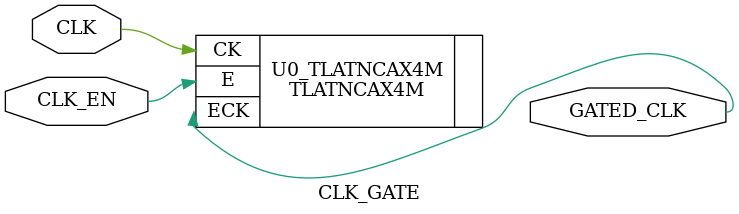
<source format=v>


module CLK_GATE (
input      CLK_EN,
input      CLK,
output     GATED_CLK
);

/*
//internal connections
reg     Latch_Out ;

//latch (Level Sensitive Device)
always @(CLK or CLK_EN)
 begin
  if(!CLK)      // active low
   begin
    Latch_Out <= CLK_EN ;
   end
 end
 
 
// ANDING
assign  GATED_CLK = CLK && Latch_Out ;


*/


TLATNCAX4M  U0_TLATNCAX4M (

.E(CLK_EN),
.CK(CLK),
.ECK(GATED_CLK)
); 




endmodule

</source>
